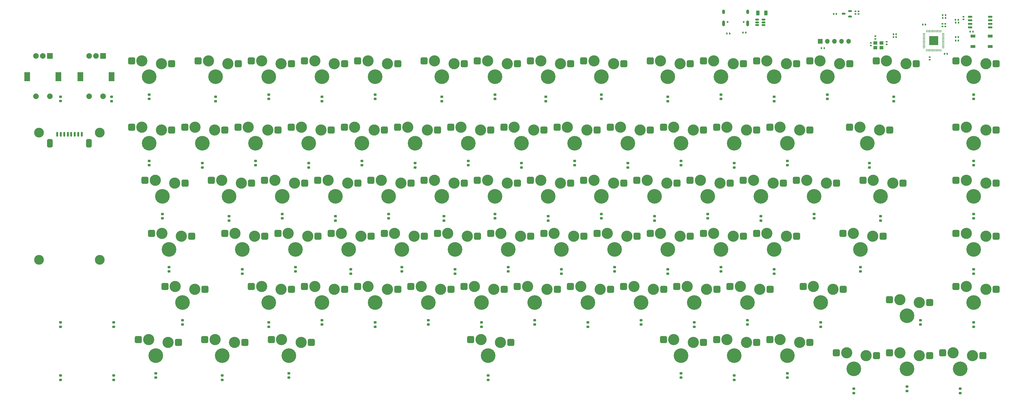
<source format=gbr>
%TF.GenerationSoftware,KiCad,Pcbnew,7.0.7*%
%TF.CreationDate,2023-10-31T22:36:57+07:00*%
%TF.ProjectId,Pixelette,50697865-6c65-4747-9465-2e6b69636164,rev?*%
%TF.SameCoordinates,Original*%
%TF.FileFunction,Soldermask,Bot*%
%TF.FilePolarity,Negative*%
%FSLAX46Y46*%
G04 Gerber Fmt 4.6, Leading zero omitted, Abs format (unit mm)*
G04 Created by KiCad (PCBNEW 7.0.7) date 2023-10-31 22:36:57*
%MOMM*%
%LPD*%
G01*
G04 APERTURE LIST*
G04 Aperture macros list*
%AMRoundRect*
0 Rectangle with rounded corners*
0 $1 Rounding radius*
0 $2 $3 $4 $5 $6 $7 $8 $9 X,Y pos of 4 corners*
0 Add a 4 corners polygon primitive as box body*
4,1,4,$2,$3,$4,$5,$6,$7,$8,$9,$2,$3,0*
0 Add four circle primitives for the rounded corners*
1,1,$1+$1,$2,$3*
1,1,$1+$1,$4,$5*
1,1,$1+$1,$6,$7*
1,1,$1+$1,$8,$9*
0 Add four rect primitives between the rounded corners*
20,1,$1+$1,$2,$3,$4,$5,0*
20,1,$1+$1,$4,$5,$6,$7,0*
20,1,$1+$1,$6,$7,$8,$9,0*
20,1,$1+$1,$8,$9,$2,$3,0*%
G04 Aperture macros list end*
%ADD10C,5.250000*%
%ADD11RoundRect,0.500000X0.750000X0.775000X-0.750000X0.775000X-0.750000X-0.775000X0.750000X-0.775000X0*%
%ADD12C,4.000000*%
%ADD13R,2.000000X2.000000*%
%ADD14C,2.000000*%
%ADD15R,2.000000X3.200000*%
%ADD16R,1.700000X1.700000*%
%ADD17O,1.700000X1.700000*%
%ADD18C,0.650000*%
%ADD19O,1.000000X2.100000*%
%ADD20O,1.000000X1.600000*%
%ADD21C,3.500000*%
%ADD22RoundRect,0.218750X0.256250X-0.218750X0.256250X0.218750X-0.256250X0.218750X-0.256250X-0.218750X0*%
%ADD23RoundRect,0.135000X-0.135000X-0.185000X0.135000X-0.185000X0.135000X0.185000X-0.135000X0.185000X0*%
%ADD24RoundRect,0.140000X-0.170000X0.140000X-0.170000X-0.140000X0.170000X-0.140000X0.170000X0.140000X0*%
%ADD25RoundRect,0.140000X0.140000X0.170000X-0.140000X0.170000X-0.140000X-0.170000X0.140000X-0.170000X0*%
%ADD26RoundRect,0.140000X0.170000X-0.140000X0.170000X0.140000X-0.170000X0.140000X-0.170000X-0.140000X0*%
%ADD27RoundRect,0.150000X0.150000X0.700000X-0.150000X0.700000X-0.150000X-0.700000X0.150000X-0.700000X0*%
%ADD28RoundRect,0.500000X0.500000X1.000000X-0.500000X1.000000X-0.500000X-1.000000X0.500000X-1.000000X0*%
%ADD29RoundRect,0.140000X-0.140000X-0.170000X0.140000X-0.170000X0.140000X0.170000X-0.140000X0.170000X0*%
%ADD30RoundRect,0.050000X0.050000X-0.387500X0.050000X0.387500X-0.050000X0.387500X-0.050000X-0.387500X0*%
%ADD31RoundRect,0.050000X0.387500X-0.050000X0.387500X0.050000X-0.387500X0.050000X-0.387500X-0.050000X0*%
%ADD32R,3.200000X3.200000*%
%ADD33RoundRect,0.150000X0.512500X0.150000X-0.512500X0.150000X-0.512500X-0.150000X0.512500X-0.150000X0*%
%ADD34RoundRect,0.250000X0.375000X0.625000X-0.375000X0.625000X-0.375000X-0.625000X0.375000X-0.625000X0*%
%ADD35RoundRect,0.135000X0.135000X0.185000X-0.135000X0.185000X-0.135000X-0.185000X0.135000X-0.185000X0*%
%ADD36RoundRect,0.150000X-0.650000X-0.150000X0.650000X-0.150000X0.650000X0.150000X-0.650000X0.150000X0*%
%ADD37R,1.400000X1.200000*%
%ADD38R,1.800000X1.100000*%
%ADD39RoundRect,0.135000X-0.185000X0.135000X-0.185000X-0.135000X0.185000X-0.135000X0.185000X0.135000X0*%
G04 APERTURE END LIST*
D10*
%TO.C,SW2*%
X47625000Y-24700000D03*
D11*
X55700000Y-20000000D03*
D12*
X52025000Y-20000000D03*
X45025000Y-18950000D03*
D11*
X41350000Y-18950000D03*
%TD*%
D10*
%TO.C,SW24*%
X180975000Y-48512500D03*
D11*
X189050000Y-43812500D03*
D12*
X185375000Y-43812500D03*
X178375000Y-42762500D03*
D11*
X174700000Y-42762500D03*
%TD*%
D10*
%TO.C,SW9*%
X190500000Y-24700000D03*
D11*
X198575000Y-20000000D03*
D12*
X194900000Y-20000000D03*
X187900000Y-18950000D03*
D11*
X184225000Y-18950000D03*
%TD*%
D10*
%TO.C,SW62*%
X54768750Y-86612500D03*
D11*
X62843750Y-81912500D03*
D12*
X59168750Y-81912500D03*
X52168750Y-80862500D03*
D11*
X48493750Y-80862500D03*
%TD*%
D10*
%TO.C,SW40*%
X171450000Y-67562500D03*
D11*
X179525000Y-62862500D03*
D12*
X175850000Y-62862500D03*
X168850000Y-61812500D03*
D11*
X165175000Y-61812500D03*
%TD*%
D10*
%TO.C,SW86*%
X97631250Y-124712500D03*
D11*
X105706250Y-120012500D03*
D12*
X102031250Y-120012500D03*
X95031250Y-118962500D03*
D11*
X91356250Y-118962500D03*
%TD*%
D10*
%TO.C,SW70*%
X166687500Y-105662500D03*
D11*
X174762500Y-100962500D03*
D12*
X171087500Y-100962500D03*
X164087500Y-99912500D03*
D11*
X160412500Y-99912500D03*
%TD*%
D10*
%TO.C,SW49*%
X342900000Y-86612500D03*
D11*
X350975000Y-81912500D03*
D12*
X347300000Y-81912500D03*
X340300000Y-80862500D03*
D11*
X336625000Y-80862500D03*
%TD*%
D10*
%TO.C,SW56*%
X176212500Y-86612500D03*
D11*
X184287500Y-81912500D03*
D12*
X180612500Y-81912500D03*
X173612500Y-80862500D03*
D11*
X169937500Y-80862500D03*
%TD*%
D10*
%TO.C,SW51*%
X271462500Y-86612500D03*
D11*
X279537500Y-81912500D03*
D12*
X275862500Y-81912500D03*
X268862500Y-80862500D03*
D11*
X265187500Y-80862500D03*
%TD*%
D10*
%TO.C,SW37*%
X114300000Y-67562500D03*
D11*
X122375000Y-62862500D03*
D12*
X118700000Y-62862500D03*
X111700000Y-61812500D03*
D11*
X108025000Y-61812500D03*
%TD*%
D10*
%TO.C,SW41*%
X190500000Y-67562500D03*
D11*
X198575000Y-62862500D03*
D12*
X194900000Y-62862500D03*
X187900000Y-61812500D03*
D11*
X184225000Y-61812500D03*
%TD*%
D10*
%TO.C,SW25*%
X161925000Y-48512500D03*
D11*
X170000000Y-43812500D03*
D12*
X166325000Y-43812500D03*
X159325000Y-42762500D03*
D11*
X155650000Y-42762500D03*
%TD*%
D10*
%TO.C,SW46*%
X285750000Y-67562500D03*
D11*
X293825000Y-62862500D03*
D12*
X290150000Y-62862500D03*
X283150000Y-61812500D03*
D11*
X279475000Y-61812500D03*
%TD*%
D13*
%TO.C,SW1*%
X31075000Y-17200000D03*
D14*
X26075000Y-17200000D03*
X28575000Y-17200000D03*
D15*
X34175000Y-24700000D03*
X22975000Y-24700000D03*
D14*
X26075000Y-31700000D03*
X31075000Y-31700000D03*
%TD*%
D10*
%TO.C,SW79*%
X338137500Y-129475000D03*
D11*
X346212500Y-124775000D03*
D12*
X342537500Y-124775000D03*
X335537500Y-123725000D03*
D11*
X331862500Y-123725000D03*
%TD*%
D10*
%TO.C,SW82*%
X276225000Y-124712500D03*
D11*
X284300000Y-120012500D03*
D12*
X280625000Y-120012500D03*
X273625000Y-118962500D03*
D11*
X269950000Y-118962500D03*
%TD*%
D10*
%TO.C,SW59*%
X119062500Y-86612500D03*
D11*
X127137500Y-81912500D03*
D12*
X123462500Y-81912500D03*
X116462500Y-80862500D03*
D11*
X112787500Y-80862500D03*
%TD*%
D10*
%TO.C,SW29*%
X85725000Y-48512500D03*
D11*
X93800000Y-43812500D03*
D12*
X90125000Y-43812500D03*
X83125000Y-42762500D03*
D11*
X79450000Y-42762500D03*
%TD*%
D10*
%TO.C,SW36*%
X95250000Y-67562500D03*
D11*
X103325000Y-62862500D03*
D12*
X99650000Y-62862500D03*
X92650000Y-61812500D03*
D11*
X88975000Y-61812500D03*
%TD*%
D10*
%TO.C,SW22*%
X219075000Y-48512500D03*
D11*
X227150000Y-43812500D03*
D12*
X223475000Y-43812500D03*
X216475000Y-42762500D03*
D11*
X212800000Y-42762500D03*
%TD*%
D10*
%TO.C,SW55*%
X195262500Y-86612500D03*
D11*
X203337500Y-81912500D03*
D12*
X199662500Y-81912500D03*
X192662500Y-80862500D03*
D11*
X188987500Y-80862500D03*
%TD*%
D10*
%TO.C,SW43*%
X228600000Y-67562500D03*
D11*
X236675000Y-62862500D03*
D12*
X233000000Y-62862500D03*
X226000000Y-61812500D03*
D11*
X222325000Y-61812500D03*
%TD*%
D10*
%TO.C,SW81*%
X300037500Y-129475000D03*
D11*
X308112500Y-124775000D03*
D12*
X304437500Y-124775000D03*
X297437500Y-123725000D03*
D11*
X293762500Y-123725000D03*
%TD*%
D10*
%TO.C,SW31*%
X47625000Y-48512500D03*
D11*
X55700000Y-43812500D03*
D12*
X52025000Y-43812500D03*
X45025000Y-42762500D03*
D11*
X41350000Y-42762500D03*
%TD*%
D10*
%TO.C,SW53*%
X233362500Y-86612500D03*
D11*
X241437500Y-81912500D03*
D12*
X237762500Y-81912500D03*
X230762500Y-80862500D03*
D11*
X227087500Y-80862500D03*
%TD*%
D10*
%TO.C,SW50*%
X302418750Y-86612500D03*
D11*
X310493750Y-81912500D03*
D12*
X306818750Y-81912500D03*
X299818750Y-80862500D03*
D11*
X296143750Y-80862500D03*
%TD*%
D10*
%TO.C,SW11*%
X233362500Y-24700000D03*
D11*
X241437500Y-20000000D03*
D12*
X237762500Y-20000000D03*
X230762500Y-18950000D03*
D11*
X227087500Y-18950000D03*
%TD*%
D10*
%TO.C,SW88*%
X50006250Y-124712500D03*
D11*
X58081250Y-120012500D03*
D12*
X54406250Y-120012500D03*
X47406250Y-118962500D03*
D11*
X43731250Y-118962500D03*
%TD*%
D10*
%TO.C,SW87*%
X73818750Y-124712500D03*
D11*
X81893750Y-120012500D03*
D12*
X78218750Y-120012500D03*
X71218750Y-118962500D03*
D11*
X67543750Y-118962500D03*
%TD*%
D10*
%TO.C,SW19*%
X276225000Y-48512500D03*
D11*
X284300000Y-43812500D03*
D12*
X280625000Y-43812500D03*
X273625000Y-42762500D03*
D11*
X269950000Y-42762500D03*
%TD*%
D10*
%TO.C,SW38*%
X133350000Y-67562500D03*
D11*
X141425000Y-62862500D03*
D12*
X137750000Y-62862500D03*
X130750000Y-61812500D03*
D11*
X127075000Y-61812500D03*
%TD*%
D10*
%TO.C,SW60*%
X100012500Y-86612500D03*
D11*
X108087500Y-81912500D03*
D12*
X104412500Y-81912500D03*
X97412500Y-80862500D03*
D11*
X93737500Y-80862500D03*
%TD*%
D10*
%TO.C,SW16*%
X342900000Y-24700000D03*
D11*
X350975000Y-20000000D03*
D12*
X347300000Y-20000000D03*
X340300000Y-18950000D03*
D11*
X336625000Y-18950000D03*
%TD*%
D10*
%TO.C,SW67*%
X109537500Y-105662500D03*
D11*
X117612500Y-100962500D03*
D12*
X113937500Y-100962500D03*
X106937500Y-99912500D03*
D11*
X103262500Y-99912500D03*
%TD*%
D10*
%TO.C,SW73*%
X223837500Y-105662500D03*
D11*
X231912500Y-100962500D03*
D12*
X228237500Y-100962500D03*
X221237500Y-99912500D03*
D11*
X217562500Y-99912500D03*
%TD*%
D10*
%TO.C,SW15*%
X314325000Y-24700000D03*
D11*
X322400000Y-20000000D03*
D12*
X318725000Y-20000000D03*
X311725000Y-18950000D03*
D11*
X308050000Y-18950000D03*
%TD*%
D10*
%TO.C,SW74*%
X242887500Y-105662500D03*
D11*
X250962500Y-100962500D03*
D12*
X247287500Y-100962500D03*
X240287500Y-99912500D03*
D11*
X236612500Y-99912500D03*
%TD*%
D10*
%TO.C,SW12*%
X252412500Y-24700000D03*
D11*
X260487500Y-20000000D03*
D12*
X256812500Y-20000000D03*
X249812500Y-18950000D03*
D11*
X246137500Y-18950000D03*
%TD*%
D10*
%TO.C,SW77*%
X319087500Y-110425000D03*
D11*
X327162500Y-105725000D03*
D12*
X323487500Y-105725000D03*
X316487500Y-104675000D03*
D11*
X312812500Y-104675000D03*
%TD*%
D10*
%TO.C,SW8*%
X171450000Y-24700000D03*
D11*
X179525000Y-20000000D03*
D12*
X175850000Y-20000000D03*
X168850000Y-18950000D03*
D11*
X165175000Y-18950000D03*
%TD*%
D10*
%TO.C,SW57*%
X157162500Y-86612500D03*
D11*
X165237500Y-81912500D03*
D12*
X161562500Y-81912500D03*
X154562500Y-80862500D03*
D11*
X150887500Y-80862500D03*
%TD*%
D10*
%TO.C,SW48*%
X342900000Y-67562500D03*
D11*
X350975000Y-62862500D03*
D12*
X347300000Y-62862500D03*
X340300000Y-61812500D03*
D11*
X336625000Y-61812500D03*
%TD*%
D10*
%TO.C,SW4*%
X90487500Y-24700000D03*
D11*
X98562500Y-20000000D03*
D12*
X94887500Y-20000000D03*
X87887500Y-18950000D03*
D11*
X84212500Y-18950000D03*
%TD*%
D10*
%TO.C,SW80*%
X319087500Y-129475000D03*
D11*
X327162500Y-124775000D03*
D12*
X323487500Y-124775000D03*
X316487500Y-123725000D03*
D11*
X312812500Y-123725000D03*
%TD*%
D10*
%TO.C,SW7*%
X152400000Y-24700000D03*
D11*
X160475000Y-20000000D03*
D12*
X156800000Y-20000000D03*
X149800000Y-18950000D03*
D11*
X146125000Y-18950000D03*
%TD*%
D10*
%TO.C,SW78*%
X342900000Y-105662500D03*
D11*
X350975000Y-100962500D03*
D12*
X347300000Y-100962500D03*
X340300000Y-99912500D03*
D11*
X336625000Y-99912500D03*
%TD*%
D16*
%TO.C,J2*%
X287972500Y-12000000D03*
D17*
X290512500Y-12000000D03*
X293052500Y-12000000D03*
X295592500Y-12000000D03*
X298132500Y-12000000D03*
%TD*%
D10*
%TO.C,SW69*%
X147637500Y-105662500D03*
D11*
X155712500Y-100962500D03*
D12*
X152037500Y-100962500D03*
X145037500Y-99912500D03*
D11*
X141362500Y-99912500D03*
%TD*%
D10*
%TO.C,SW28*%
X104775000Y-48512500D03*
D11*
X112850000Y-43812500D03*
D12*
X109175000Y-43812500D03*
X102175000Y-42762500D03*
D11*
X98500000Y-42762500D03*
%TD*%
D10*
%TO.C,SW17*%
X342900000Y-48512500D03*
D11*
X350975000Y-43812500D03*
D12*
X347300000Y-43812500D03*
X340300000Y-42762500D03*
D11*
X336625000Y-42762500D03*
%TD*%
D10*
%TO.C,SW10*%
X209550000Y-24700000D03*
D11*
X217625000Y-20000000D03*
D12*
X213950000Y-20000000D03*
X206950000Y-18950000D03*
D11*
X203275000Y-18950000D03*
%TD*%
%TO.C,SW68*%
X122312500Y-99912500D03*
D12*
X125987500Y-99912500D03*
X132987500Y-100962500D03*
D11*
X136662500Y-100962500D03*
D10*
X128587500Y-105662500D03*
%TD*%
%TO.C,SW54*%
X214312500Y-86612500D03*
D11*
X222387500Y-81912500D03*
D12*
X218712500Y-81912500D03*
X211712500Y-80862500D03*
D11*
X208037500Y-80862500D03*
%TD*%
D10*
%TO.C,SW65*%
X59531250Y-105662500D03*
D11*
X67606250Y-100962500D03*
D12*
X63931250Y-100962500D03*
X56931250Y-99912500D03*
D11*
X53256250Y-99912500D03*
%TD*%
D13*
%TO.C,SW32*%
X12025000Y-17200000D03*
D14*
X7025000Y-17200000D03*
X9525000Y-17200000D03*
D15*
X15125000Y-24700000D03*
X3925000Y-24700000D03*
D14*
X7025000Y-31700000D03*
X12025000Y-31700000D03*
%TD*%
D10*
%TO.C,SW84*%
X238125000Y-124712500D03*
D11*
X246200000Y-120012500D03*
D12*
X242525000Y-120012500D03*
X235525000Y-118962500D03*
D11*
X231850000Y-118962500D03*
%TD*%
D10*
%TO.C,SW27*%
X123825000Y-48512500D03*
D11*
X131900000Y-43812500D03*
D12*
X128225000Y-43812500D03*
X121225000Y-42762500D03*
D11*
X117550000Y-42762500D03*
%TD*%
D10*
%TO.C,SW21*%
X238125000Y-48512500D03*
D11*
X246200000Y-43812500D03*
D12*
X242525000Y-43812500D03*
X235525000Y-42762500D03*
D11*
X231850000Y-42762500D03*
%TD*%
D10*
%TO.C,SW5*%
X109537500Y-24700000D03*
D11*
X117612500Y-20000000D03*
D12*
X113937500Y-20000000D03*
X106937500Y-18950000D03*
D11*
X103262500Y-18950000D03*
%TD*%
D10*
%TO.C,SW39*%
X152400000Y-67562500D03*
D11*
X160475000Y-62862500D03*
D12*
X156800000Y-62862500D03*
X149800000Y-61812500D03*
D11*
X146125000Y-61812500D03*
%TD*%
D10*
%TO.C,SW47*%
X309562500Y-67562500D03*
D11*
X317637500Y-62862500D03*
D12*
X313962500Y-62862500D03*
X306962500Y-61812500D03*
D11*
X303287500Y-61812500D03*
%TD*%
D10*
%TO.C,SW42*%
X209550000Y-67562500D03*
D11*
X217625000Y-62862500D03*
D12*
X213950000Y-62862500D03*
X206950000Y-61812500D03*
D11*
X203275000Y-61812500D03*
%TD*%
D10*
%TO.C,SW75*%
X261937500Y-105662500D03*
D11*
X270012500Y-100962500D03*
D12*
X266337500Y-100962500D03*
X259337500Y-99912500D03*
D11*
X255662500Y-99912500D03*
%TD*%
D10*
%TO.C,SW85*%
X169068750Y-124712500D03*
D11*
X177143750Y-120012500D03*
D12*
X173468750Y-120012500D03*
X166468750Y-118962500D03*
D11*
X162793750Y-118962500D03*
%TD*%
D10*
%TO.C,SW26*%
X142875000Y-48512500D03*
D11*
X150950000Y-43812500D03*
D12*
X147275000Y-43812500D03*
X140275000Y-42762500D03*
D11*
X136600000Y-42762500D03*
%TD*%
D10*
%TO.C,SW61*%
X80962500Y-86612500D03*
D11*
X89037500Y-81912500D03*
D12*
X85362500Y-81912500D03*
X78362500Y-80862500D03*
D11*
X74687500Y-80862500D03*
%TD*%
D10*
%TO.C,SW76*%
X288131250Y-105662500D03*
D11*
X296206250Y-100962500D03*
D12*
X292531250Y-100962500D03*
X285531250Y-99912500D03*
D11*
X281856250Y-99912500D03*
%TD*%
D10*
%TO.C,SW66*%
X90487500Y-105662500D03*
D11*
X98562500Y-100962500D03*
D12*
X94887500Y-100962500D03*
X87887500Y-99912500D03*
D11*
X84212500Y-99912500D03*
%TD*%
D10*
%TO.C,SW58*%
X138112500Y-86612500D03*
D11*
X146187500Y-81912500D03*
D12*
X142512500Y-81912500D03*
X135512500Y-80862500D03*
D11*
X131837500Y-80862500D03*
%TD*%
D10*
%TO.C,SW52*%
X252412500Y-86612500D03*
D11*
X260487500Y-81912500D03*
D12*
X256812500Y-81912500D03*
X249812500Y-80862500D03*
D11*
X246137500Y-80862500D03*
%TD*%
D10*
%TO.C,SW71*%
X185737500Y-105662500D03*
D11*
X193812500Y-100962500D03*
D12*
X190137500Y-100962500D03*
X183137500Y-99912500D03*
D11*
X179462500Y-99912500D03*
%TD*%
D10*
%TO.C,SW45*%
X266700000Y-67562500D03*
D11*
X274775000Y-62862500D03*
D12*
X271100000Y-62862500D03*
X264100000Y-61812500D03*
D11*
X260425000Y-61812500D03*
%TD*%
D10*
%TO.C,SW14*%
X290512500Y-24700000D03*
D11*
X298587500Y-20000000D03*
D12*
X294912500Y-20000000D03*
X287912500Y-18950000D03*
D11*
X284237500Y-18950000D03*
%TD*%
D10*
%TO.C,SW83*%
X257175000Y-124712500D03*
D11*
X265250000Y-120012500D03*
D12*
X261575000Y-120012500D03*
X254575000Y-118962500D03*
D11*
X250900000Y-118962500D03*
%TD*%
D10*
%TO.C,SW72*%
X204787500Y-105662500D03*
D11*
X212862500Y-100962500D03*
D12*
X209187500Y-100962500D03*
X202187500Y-99912500D03*
D11*
X198512500Y-99912500D03*
%TD*%
D10*
%TO.C,SW35*%
X76200000Y-67562500D03*
D11*
X84275000Y-62862500D03*
D12*
X80600000Y-62862500D03*
X73600000Y-61812500D03*
D11*
X69925000Y-61812500D03*
%TD*%
D10*
%TO.C,SW18*%
X304800000Y-48512500D03*
D11*
X312875000Y-43812500D03*
D12*
X309200000Y-43812500D03*
X302200000Y-42762500D03*
D11*
X298525000Y-42762500D03*
%TD*%
D10*
%TO.C,SW30*%
X66675000Y-48512500D03*
D11*
X74750000Y-43812500D03*
D12*
X71075000Y-43812500D03*
X64075000Y-42762500D03*
D11*
X60400000Y-42762500D03*
%TD*%
D18*
%TO.C,J1*%
X260582500Y-4998750D03*
X254802500Y-4998750D03*
D19*
X262012500Y-5528750D03*
D20*
X262012500Y-1348750D03*
D19*
X253372500Y-5528750D03*
D20*
X253372500Y-1348750D03*
%TD*%
D10*
%TO.C,SW3*%
X71437500Y-24700000D03*
D11*
X79512500Y-20000000D03*
D12*
X75837500Y-20000000D03*
X68837500Y-18950000D03*
D11*
X65162500Y-18950000D03*
%TD*%
D10*
%TO.C,SW20*%
X257175000Y-48512500D03*
D11*
X265250000Y-43812500D03*
D12*
X261575000Y-43812500D03*
X254575000Y-42762500D03*
D11*
X250900000Y-42762500D03*
%TD*%
D10*
%TO.C,SW44*%
X247650000Y-67562500D03*
D11*
X255725000Y-62862500D03*
D12*
X252050000Y-62862500D03*
X245050000Y-61812500D03*
D11*
X241375000Y-61812500D03*
%TD*%
D10*
%TO.C,SW13*%
X271462500Y-24700000D03*
D11*
X279537500Y-20000000D03*
D12*
X275862500Y-20000000D03*
X268862500Y-18950000D03*
D11*
X265187500Y-18950000D03*
%TD*%
D21*
%TO.C,S5*%
X29900000Y-44762500D03*
X8200000Y-44762500D03*
X8200000Y-90362500D03*
X29900000Y-90362500D03*
%TD*%
D10*
%TO.C,SW34*%
X52387500Y-67562500D03*
D11*
X60462500Y-62862500D03*
D12*
X56787500Y-62862500D03*
X49787500Y-61812500D03*
D11*
X46112500Y-61812500D03*
%TD*%
D10*
%TO.C,SW23*%
X200025000Y-48512500D03*
D11*
X208100000Y-43812500D03*
D12*
X204425000Y-43812500D03*
X197425000Y-42762500D03*
D11*
X193750000Y-42762500D03*
%TD*%
D10*
%TO.C,SW6*%
X128587500Y-24700000D03*
D11*
X136662500Y-20000000D03*
D12*
X132987500Y-20000000D03*
X125987500Y-18950000D03*
D11*
X122312500Y-18950000D03*
%TD*%
D22*
%TO.C,D13*%
X290512500Y-32637500D03*
X290512500Y-31062500D03*
%TD*%
%TO.C,D87*%
X34925000Y-114387500D03*
X34925000Y-112812500D03*
%TD*%
D23*
%TO.C,R3*%
X260330000Y-8840000D03*
X261350000Y-8840000D03*
%TD*%
D22*
%TO.C,D27*%
X104775000Y-57237500D03*
X104775000Y-55662500D03*
%TD*%
D23*
%TO.C,R2*%
X288415000Y-14381250D03*
X289435000Y-14381250D03*
%TD*%
D22*
%TO.C,D8*%
X189706250Y-33431250D03*
X189706250Y-31856250D03*
%TD*%
%TO.C,D52*%
X195262500Y-95337500D03*
X195262500Y-93762500D03*
%TD*%
%TO.C,D36*%
X153193750Y-76287500D03*
X153193750Y-74712500D03*
%TD*%
D24*
%TO.C,C1*%
X339280000Y-3150000D03*
X339280000Y-4110000D03*
%TD*%
D22*
%TO.C,D22*%
X200025000Y-56450000D03*
X200025000Y-54875000D03*
%TD*%
%TO.C,D54*%
X157162500Y-95337500D03*
X157162500Y-93762500D03*
%TD*%
%TO.C,D61*%
X90487500Y-114387500D03*
X90487500Y-112812500D03*
%TD*%
%TO.C,D88*%
X15875000Y-33425000D03*
X15875000Y-31850000D03*
%TD*%
%TO.C,D43*%
X285750000Y-75500000D03*
X285750000Y-73925000D03*
%TD*%
D25*
%TO.C,C10*%
X315182500Y-10422500D03*
X314222500Y-10422500D03*
%TD*%
D26*
%TO.C,C14*%
X332810000Y-6617500D03*
X332810000Y-5657500D03*
%TD*%
D22*
%TO.C,D50*%
X233362500Y-95337500D03*
X233362500Y-93762500D03*
%TD*%
%TO.C,D53*%
X176212500Y-94550000D03*
X176212500Y-92975000D03*
%TD*%
%TO.C,D75*%
X319087500Y-137406250D03*
X319087500Y-135831250D03*
%TD*%
%TO.C,D49*%
X252412500Y-94550000D03*
X252412500Y-92975000D03*
%TD*%
D25*
%TO.C,C16*%
X293782500Y-2110000D03*
X292822500Y-2110000D03*
%TD*%
D22*
%TO.C,D63*%
X128587500Y-114387500D03*
X128587500Y-112812500D03*
%TD*%
%TO.C,D70*%
X261937500Y-113593750D03*
X261937500Y-112018750D03*
%TD*%
D27*
%TO.C,J3*%
X23460000Y-45335000D03*
X22210000Y-45335000D03*
X20960000Y-45335000D03*
X19710000Y-45335000D03*
X18460000Y-45335000D03*
X17210000Y-45335000D03*
X15960000Y-45335000D03*
X14710000Y-45335000D03*
D28*
X26050000Y-48535000D03*
X12050000Y-48535000D03*
%TD*%
D22*
%TO.C,D42*%
X266700000Y-76287500D03*
X266700000Y-74712500D03*
%TD*%
D29*
%TO.C,C13*%
X336492500Y-10430000D03*
X337452500Y-10430000D03*
%TD*%
D22*
%TO.C,D39*%
X209550000Y-75493750D03*
X209550000Y-73918750D03*
%TD*%
D25*
%TO.C,C11*%
X325672500Y-5932500D03*
X324712500Y-5932500D03*
%TD*%
D30*
%TO.C,U1*%
X331212500Y-15175000D03*
X330812500Y-15175000D03*
X330412500Y-15175000D03*
X330012500Y-15175000D03*
X329612500Y-15175000D03*
X329212500Y-15175000D03*
X328812500Y-15175000D03*
X328412500Y-15175000D03*
X328012500Y-15175000D03*
X327612500Y-15175000D03*
X327212500Y-15175000D03*
X326812500Y-15175000D03*
X326412500Y-15175000D03*
X326012500Y-15175000D03*
D31*
X325175000Y-14337500D03*
X325175000Y-13937500D03*
X325175000Y-13537500D03*
X325175000Y-13137500D03*
X325175000Y-12737500D03*
X325175000Y-12337500D03*
X325175000Y-11937500D03*
X325175000Y-11537500D03*
X325175000Y-11137500D03*
X325175000Y-10737500D03*
X325175000Y-10337500D03*
X325175000Y-9937500D03*
X325175000Y-9537500D03*
X325175000Y-9137500D03*
D30*
X326012500Y-8300000D03*
X326412500Y-8300000D03*
X326812500Y-8300000D03*
X327212500Y-8300000D03*
X327612500Y-8300000D03*
X328012500Y-8300000D03*
X328412500Y-8300000D03*
X328812500Y-8300000D03*
X329212500Y-8300000D03*
X329612500Y-8300000D03*
X330012500Y-8300000D03*
X330412500Y-8300000D03*
X330812500Y-8300000D03*
X331212500Y-8300000D03*
D31*
X332050000Y-9137500D03*
X332050000Y-9537500D03*
X332050000Y-9937500D03*
X332050000Y-10337500D03*
X332050000Y-10737500D03*
X332050000Y-11137500D03*
X332050000Y-11537500D03*
X332050000Y-11937500D03*
X332050000Y-12337500D03*
X332050000Y-12737500D03*
X332050000Y-13137500D03*
X332050000Y-13537500D03*
X332050000Y-13937500D03*
X332050000Y-14337500D03*
D32*
X328612500Y-11737500D03*
%TD*%
D33*
%TO.C,U4*%
X267647500Y-4208750D03*
X267647500Y-5158750D03*
X267647500Y-6108750D03*
X265372500Y-6108750D03*
X265372500Y-5158750D03*
X265372500Y-4208750D03*
%TD*%
D22*
%TO.C,D21*%
X219075000Y-57237500D03*
X219075000Y-55662500D03*
%TD*%
%TO.C,D69*%
X242887500Y-114387500D03*
X242887500Y-112812500D03*
%TD*%
D25*
%TO.C,C6*%
X315182500Y-9462500D03*
X314222500Y-9462500D03*
%TD*%
D26*
%TO.C,C9*%
X331772500Y-6632500D03*
X331772500Y-5672500D03*
%TD*%
D22*
%TO.C,D45*%
X342900000Y-75493750D03*
X342900000Y-73918750D03*
%TD*%
%TO.C,D66*%
X185737500Y-113593750D03*
X185737500Y-112018750D03*
%TD*%
%TO.C,D19*%
X257181250Y-57237500D03*
X257181250Y-55662500D03*
%TD*%
%TO.C,D6*%
X152400000Y-33431250D03*
X152400000Y-31856250D03*
%TD*%
%TO.C,D9*%
X209550000Y-32637500D03*
X209550000Y-31062500D03*
%TD*%
D25*
%TO.C,C8*%
X332830000Y-3550000D03*
X331870000Y-3550000D03*
%TD*%
D22*
%TO.C,D81*%
X97631250Y-132650000D03*
X97631250Y-131075000D03*
%TD*%
%TO.C,D85*%
X15875000Y-133437500D03*
X15875000Y-131862500D03*
%TD*%
%TO.C,D64*%
X147637500Y-113593750D03*
X147637500Y-112018750D03*
%TD*%
%TO.C,D16*%
X342900000Y-56450000D03*
X342900000Y-54875000D03*
%TD*%
%TO.C,D47*%
X302418750Y-94550000D03*
X302418750Y-92975000D03*
%TD*%
%TO.C,D5*%
X128587500Y-32637500D03*
X128587500Y-31062500D03*
%TD*%
%TO.C,D67*%
X204787500Y-114387500D03*
X204787500Y-112812500D03*
%TD*%
D29*
%TO.C,C15*%
X332480000Y-16420000D03*
X333440000Y-16420000D03*
%TD*%
D22*
%TO.C,D55*%
X138112500Y-94550000D03*
X138112500Y-92975000D03*
%TD*%
%TO.C,D40*%
X228600000Y-76287500D03*
X228600000Y-74712500D03*
%TD*%
%TO.C,D60*%
X59531250Y-113593750D03*
X59531250Y-112018750D03*
%TD*%
%TO.C,D76*%
X300037500Y-138206250D03*
X300037500Y-136631250D03*
%TD*%
%TO.C,D2*%
X71443750Y-33431250D03*
X71443750Y-31856250D03*
%TD*%
D34*
%TO.C,F1*%
X268470000Y-1778750D03*
X265670000Y-1778750D03*
%TD*%
D22*
%TO.C,D32*%
X76200000Y-76287500D03*
X76200000Y-74712500D03*
%TD*%
%TO.C,D73*%
X342900000Y-114387500D03*
X342900000Y-112812500D03*
%TD*%
D24*
%TO.C,C3*%
X306090000Y-12550000D03*
X306090000Y-13510000D03*
%TD*%
D22*
%TO.C,D12*%
X271462500Y-33431250D03*
X271462500Y-31856250D03*
%TD*%
%TO.C,D71*%
X288131250Y-114387500D03*
X288131250Y-112812500D03*
%TD*%
D25*
%TO.C,C4*%
X332830000Y-2560000D03*
X331870000Y-2560000D03*
%TD*%
D22*
%TO.C,D46*%
X342900000Y-95337500D03*
X342900000Y-93762500D03*
%TD*%
%TO.C,D58*%
X80962500Y-95337500D03*
X80962500Y-93762500D03*
%TD*%
%TO.C,D59*%
X54768750Y-94543750D03*
X54768750Y-92968750D03*
%TD*%
%TO.C,D15*%
X342900000Y-32637500D03*
X342900000Y-31062500D03*
%TD*%
%TO.C,D33*%
X95250000Y-75500000D03*
X95250000Y-73925000D03*
%TD*%
%TO.C,D51*%
X214312500Y-94550000D03*
X214312500Y-92975000D03*
%TD*%
%TO.C,D7*%
X171450000Y-32637500D03*
X171450000Y-31062500D03*
%TD*%
%TO.C,D4*%
X109537500Y-33431250D03*
X109537500Y-31856250D03*
%TD*%
%TO.C,D10*%
X233362500Y-33431250D03*
X233362500Y-31856250D03*
%TD*%
%TO.C,D18*%
X276225000Y-56443750D03*
X276225000Y-54868750D03*
%TD*%
%TO.C,D35*%
X133350000Y-75500000D03*
X133350000Y-73925000D03*
%TD*%
D23*
%TO.C,R1*%
X341630000Y-8490000D03*
X342650000Y-8490000D03*
%TD*%
D29*
%TO.C,C5*%
X336492500Y-11682500D03*
X337452500Y-11682500D03*
%TD*%
D35*
%TO.C,R5*%
X337410000Y-4280000D03*
X336390000Y-4280000D03*
%TD*%
D22*
%TO.C,D82*%
X73818750Y-133437500D03*
X73818750Y-131862500D03*
%TD*%
%TO.C,D79*%
X238125000Y-132650000D03*
X238125000Y-131075000D03*
%TD*%
%TO.C,D65*%
X166687500Y-114387500D03*
X166687500Y-112812500D03*
%TD*%
%TO.C,D57*%
X100012500Y-94543750D03*
X100012500Y-92968750D03*
%TD*%
D26*
%TO.C,C17*%
X301700000Y-2130000D03*
X301700000Y-1170000D03*
%TD*%
D22*
%TO.C,D86*%
X15875000Y-114387500D03*
X15875000Y-112812500D03*
%TD*%
%TO.C,D3*%
X90487500Y-32637500D03*
X90487500Y-31062500D03*
%TD*%
D36*
%TO.C,U3*%
X341632500Y-6957500D03*
X341632500Y-5687500D03*
X341632500Y-4417500D03*
X341632500Y-3147500D03*
X348832500Y-3147500D03*
X348832500Y-4417500D03*
X348832500Y-5687500D03*
X348832500Y-6957500D03*
%TD*%
D22*
%TO.C,D41*%
X247650000Y-75493750D03*
X247650000Y-73918750D03*
%TD*%
%TO.C,D56*%
X119856250Y-95337500D03*
X119856250Y-93762500D03*
%TD*%
%TO.C,D28*%
X85725000Y-56450000D03*
X85725000Y-54875000D03*
%TD*%
D26*
%TO.C,C7*%
X300612500Y-2130000D03*
X300612500Y-1170000D03*
%TD*%
D22*
%TO.C,D48*%
X271462500Y-95337500D03*
X271462500Y-93762500D03*
%TD*%
%TO.C,D84*%
X34925000Y-133437500D03*
X34925000Y-131862500D03*
%TD*%
%TO.C,D23*%
X180975000Y-57237500D03*
X180975000Y-55662500D03*
%TD*%
%TO.C,D20*%
X238125000Y-56443750D03*
X238125000Y-54868750D03*
%TD*%
%TO.C,D30*%
X47625000Y-56450000D03*
X47625000Y-54875000D03*
%TD*%
D37*
%TO.C,Y1*%
X307682500Y-12532500D03*
X309882500Y-12532500D03*
X309882500Y-14232500D03*
X307682500Y-14232500D03*
%TD*%
D22*
%TO.C,D68*%
X223837500Y-113593750D03*
X223837500Y-112018750D03*
%TD*%
%TO.C,D26*%
X123825000Y-56450000D03*
X123825000Y-54875000D03*
%TD*%
D26*
%TO.C,C2*%
X311740000Y-13070000D03*
X311740000Y-12110000D03*
%TD*%
D22*
%TO.C,D89*%
X34131250Y-33431250D03*
X34131250Y-31856250D03*
%TD*%
%TO.C,D74*%
X338137500Y-138200000D03*
X338137500Y-136625000D03*
%TD*%
D38*
%TO.C,SW90*%
X348852500Y-10142500D03*
X342652500Y-10142500D03*
X348852500Y-13842500D03*
X342652500Y-13842500D03*
%TD*%
D22*
%TO.C,D34*%
X114300000Y-76287500D03*
X114300000Y-74712500D03*
%TD*%
%TO.C,D72*%
X323850000Y-113593750D03*
X323850000Y-112018750D03*
%TD*%
%TO.C,D77*%
X276225000Y-132650000D03*
X276225000Y-131075000D03*
%TD*%
D33*
%TO.C,U2*%
X298630000Y-1140000D03*
X298630000Y-3040000D03*
X296355000Y-2090000D03*
%TD*%
D22*
%TO.C,D80*%
X169068750Y-133437500D03*
X169068750Y-131862500D03*
%TD*%
D35*
%TO.C,R4*%
X255570000Y-9160000D03*
X254550000Y-9160000D03*
%TD*%
D22*
%TO.C,D44*%
X309562500Y-76287500D03*
X309562500Y-74712500D03*
%TD*%
D39*
%TO.C,R7*%
X307680000Y-10070000D03*
X307680000Y-11090000D03*
%TD*%
D22*
%TO.C,D24*%
X161925000Y-56450000D03*
X161925000Y-54875000D03*
%TD*%
%TO.C,D17*%
X305593750Y-57237500D03*
X305593750Y-55662500D03*
%TD*%
%TO.C,D25*%
X142875000Y-57237500D03*
X142875000Y-55662500D03*
%TD*%
%TO.C,D62*%
X109537500Y-113593750D03*
X109537500Y-112018750D03*
%TD*%
%TO.C,D1*%
X47625000Y-32637500D03*
X47625000Y-31062500D03*
%TD*%
%TO.C,D14*%
X314325000Y-33431250D03*
X314325000Y-31856250D03*
%TD*%
%TO.C,D37*%
X171450000Y-75493750D03*
X171450000Y-73918750D03*
%TD*%
%TO.C,D29*%
X66675000Y-57237500D03*
X66675000Y-55662500D03*
%TD*%
D35*
%TO.C,R6*%
X337550000Y-5280000D03*
X336530000Y-5280000D03*
%TD*%
D22*
%TO.C,D38*%
X190500000Y-76287500D03*
X190500000Y-74712500D03*
%TD*%
D24*
%TO.C,C12*%
X327190000Y-17610000D03*
X327190000Y-18570000D03*
%TD*%
D22*
%TO.C,D11*%
X252412500Y-32637500D03*
X252412500Y-31062500D03*
%TD*%
%TO.C,D31*%
X52387500Y-75493750D03*
X52387500Y-73918750D03*
%TD*%
%TO.C,D78*%
X257175000Y-133437500D03*
X257175000Y-131862500D03*
%TD*%
%TO.C,D83*%
X50006250Y-132650000D03*
X50006250Y-131075000D03*
%TD*%
M02*

</source>
